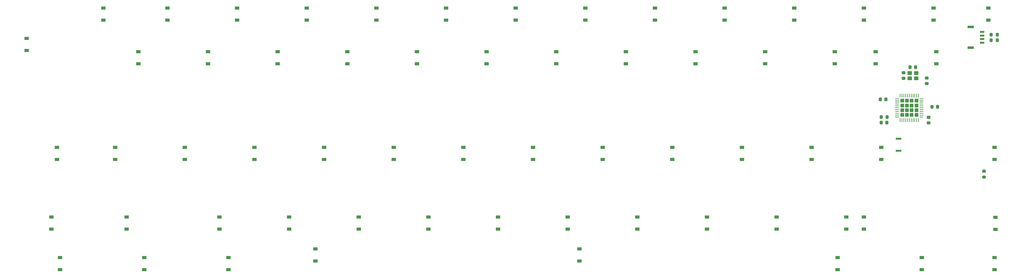
<source format=gbr>
G04 #@! TF.GenerationSoftware,KiCad,Pcbnew,(6.0.1)*
G04 #@! TF.CreationDate,2022-07-28T02:40:33-06:00*
G04 #@! TF.ProjectId,nue-pcb,6e75652d-7063-4622-9e6b-696361645f70,0.1*
G04 #@! TF.SameCoordinates,Original*
G04 #@! TF.FileFunction,Paste,Top*
G04 #@! TF.FilePolarity,Positive*
%FSLAX46Y46*%
G04 Gerber Fmt 4.6, Leading zero omitted, Abs format (unit mm)*
G04 Created by KiCad (PCBNEW (6.0.1)) date 2022-07-28 02:40:33*
%MOMM*%
%LPD*%
G01*
G04 APERTURE LIST*
G04 Aperture macros list*
%AMRoundRect*
0 Rectangle with rounded corners*
0 $1 Rounding radius*
0 $2 $3 $4 $5 $6 $7 $8 $9 X,Y pos of 4 corners*
0 Add a 4 corners polygon primitive as box body*
4,1,4,$2,$3,$4,$5,$6,$7,$8,$9,$2,$3,0*
0 Add four circle primitives for the rounded corners*
1,1,$1+$1,$2,$3*
1,1,$1+$1,$4,$5*
1,1,$1+$1,$6,$7*
1,1,$1+$1,$8,$9*
0 Add four rect primitives between the rounded corners*
20,1,$1+$1,$2,$3,$4,$5,0*
20,1,$1+$1,$4,$5,$6,$7,0*
20,1,$1+$1,$6,$7,$8,$9,0*
20,1,$1+$1,$8,$9,$2,$3,0*%
G04 Aperture macros list end*
%ADD10R,1.200000X0.900000*%
%ADD11R,1.200000X0.600000*%
%ADD12R,1.800000X0.800000*%
%ADD13RoundRect,0.225000X-0.250000X0.225000X-0.250000X-0.225000X0.250000X-0.225000X0.250000X0.225000X0*%
%ADD14RoundRect,0.225000X0.250000X-0.225000X0.250000X0.225000X-0.250000X0.225000X-0.250000X-0.225000X0*%
%ADD15RoundRect,0.225000X0.225000X0.250000X-0.225000X0.250000X-0.225000X-0.250000X0.225000X-0.250000X0*%
%ADD16RoundRect,0.200000X0.275000X-0.200000X0.275000X0.200000X-0.275000X0.200000X-0.275000X-0.200000X0*%
%ADD17RoundRect,0.200000X-0.200000X-0.275000X0.200000X-0.275000X0.200000X0.275000X-0.200000X0.275000X0*%
%ADD18R,1.500000X0.550000*%
%ADD19RoundRect,0.225000X-0.225000X-0.250000X0.225000X-0.250000X0.225000X0.250000X-0.225000X0.250000X0*%
%ADD20RoundRect,0.250000X0.275000X0.275000X-0.275000X0.275000X-0.275000X-0.275000X0.275000X-0.275000X0*%
%ADD21RoundRect,0.062500X0.475000X0.062500X-0.475000X0.062500X-0.475000X-0.062500X0.475000X-0.062500X0*%
%ADD22RoundRect,0.062500X0.062500X0.475000X-0.062500X0.475000X-0.062500X-0.475000X0.062500X-0.475000X0*%
%ADD23R,1.150000X1.000000*%
G04 APERTURE END LIST*
D10*
X334899000Y-68325000D03*
X334899000Y-65025000D03*
X319881250Y-68325000D03*
X319881250Y-65025000D03*
X300831250Y-68325000D03*
X300831250Y-65025000D03*
X281781250Y-68325000D03*
X281781250Y-65025000D03*
X262731250Y-68325000D03*
X262731250Y-65025000D03*
X243681250Y-68325000D03*
X243681250Y-65025000D03*
X224631250Y-68325000D03*
X224631250Y-65025000D03*
X205581250Y-68325000D03*
X205581250Y-65025000D03*
X186531250Y-68325000D03*
X186531250Y-65025000D03*
X167481250Y-68325000D03*
X167481250Y-65025000D03*
X148431250Y-68325000D03*
X148431250Y-65025000D03*
X129381250Y-68325000D03*
X129381250Y-65025000D03*
X110331250Y-68325000D03*
X110331250Y-65025000D03*
X92868750Y-68325000D03*
X92868750Y-65025000D03*
X320675000Y-76931250D03*
X320675000Y-80231250D03*
X304101500Y-76931250D03*
X304101500Y-80231250D03*
X292893750Y-76931250D03*
X292893750Y-80231250D03*
X273843750Y-76931250D03*
X273843750Y-80231250D03*
X254793750Y-76931250D03*
X254793750Y-80231250D03*
X235743750Y-76931250D03*
X235743750Y-80231250D03*
X216693750Y-76931250D03*
X216693750Y-80231250D03*
X197643750Y-76931250D03*
X197643750Y-80231250D03*
X178593750Y-76931250D03*
X178593750Y-80231250D03*
X159543750Y-76931250D03*
X159543750Y-80231250D03*
X140493750Y-76931250D03*
X140493750Y-80231250D03*
X121443750Y-76931250D03*
X121443750Y-80231250D03*
X102393750Y-76931250D03*
X102393750Y-80231250D03*
X336550000Y-106425000D03*
X336550000Y-103125000D03*
X305593750Y-106425000D03*
X305593750Y-103125000D03*
X286543750Y-106425000D03*
X286543750Y-103125000D03*
X267493750Y-106425000D03*
X267493750Y-103125000D03*
X248443750Y-106425000D03*
X248443750Y-103125000D03*
X229393750Y-106425000D03*
X229393750Y-103125000D03*
X210343750Y-106425000D03*
X210343750Y-103125000D03*
X191293750Y-106425000D03*
X191293750Y-103125000D03*
X172243750Y-106425000D03*
X172243750Y-103125000D03*
X153193750Y-106425000D03*
X153193750Y-103125000D03*
X134143750Y-106425000D03*
X134143750Y-103125000D03*
X96043750Y-106425000D03*
X96043750Y-103125000D03*
X336867500Y-125538500D03*
X336867500Y-122238500D03*
X300831250Y-125475000D03*
X300831250Y-122175000D03*
X296068750Y-125475000D03*
X296068750Y-122175000D03*
X277018750Y-125475000D03*
X277018750Y-122175000D03*
X257968750Y-125475000D03*
X257968750Y-122175000D03*
X238918750Y-125475000D03*
X238918750Y-122175000D03*
X219868750Y-125475000D03*
X219868750Y-122175000D03*
X200818750Y-125475000D03*
X200818750Y-122175000D03*
X181768750Y-125475000D03*
X181768750Y-122175000D03*
X162718750Y-125475000D03*
X162718750Y-122175000D03*
X143668750Y-125475000D03*
X143668750Y-122175000D03*
X124618750Y-125475000D03*
X124618750Y-122175000D03*
X99218750Y-125475000D03*
X99218750Y-122175000D03*
X78613000Y-125475000D03*
X78613000Y-122175000D03*
X336550000Y-133287500D03*
X336550000Y-136587500D03*
X316706250Y-133287500D03*
X316706250Y-136587500D03*
X293687500Y-133287500D03*
X293687500Y-136587500D03*
X223043750Y-130906250D03*
X223043750Y-134206250D03*
X150812500Y-130906250D03*
X150812500Y-134206250D03*
X103981250Y-133287500D03*
X103981250Y-136587500D03*
X80962500Y-133287500D03*
X80962500Y-136587500D03*
X71818500Y-76643500D03*
X71818500Y-73343500D03*
X127000000Y-133287500D03*
X127000000Y-136587500D03*
D11*
X333181250Y-71525000D03*
X333181250Y-72525000D03*
X333181250Y-73525000D03*
X333181250Y-74525000D03*
D12*
X330081250Y-70225000D03*
X330081250Y-75825000D03*
D13*
X318579500Y-94919500D03*
X318579500Y-96469500D03*
D14*
X318071500Y-85674500D03*
X318071500Y-84124500D03*
D15*
X307162500Y-96329500D03*
X305612500Y-96329500D03*
D16*
X333692500Y-111251500D03*
X333692500Y-109601500D03*
D17*
X305562500Y-94805500D03*
X307212500Y-94805500D03*
X335661500Y-72326500D03*
X337311500Y-72326500D03*
X335661500Y-73850500D03*
X337311500Y-73850500D03*
D18*
X310356250Y-100768750D03*
X310356250Y-104018750D03*
D19*
X319455500Y-92011500D03*
X321005500Y-92011500D03*
D15*
X306895500Y-89979500D03*
X305345500Y-89979500D03*
D20*
X315235500Y-90351000D03*
X311335500Y-91651000D03*
X313935500Y-92951000D03*
X313935500Y-94251000D03*
X315235500Y-91651000D03*
X311335500Y-90351000D03*
X311335500Y-94251000D03*
X312635500Y-94251000D03*
X315235500Y-94251000D03*
X315235500Y-92951000D03*
X311335500Y-92951000D03*
X312635500Y-90351000D03*
X312635500Y-92951000D03*
X313935500Y-90351000D03*
X312635500Y-91651000D03*
X313935500Y-91651000D03*
D21*
X316623000Y-94801000D03*
X316623000Y-94301000D03*
X316623000Y-93801000D03*
X316623000Y-93301000D03*
X316623000Y-92801000D03*
X316623000Y-92301000D03*
X316623000Y-91801000D03*
X316623000Y-91301000D03*
X316623000Y-90801000D03*
X316623000Y-90301000D03*
X316623000Y-89801000D03*
D22*
X315785500Y-88963500D03*
X315285500Y-88963500D03*
X314785500Y-88963500D03*
X314285500Y-88963500D03*
X313785500Y-88963500D03*
X313285500Y-88963500D03*
X312785500Y-88963500D03*
X312285500Y-88963500D03*
X311785500Y-88963500D03*
X311285500Y-88963500D03*
X310785500Y-88963500D03*
D21*
X309948000Y-89801000D03*
X309948000Y-90301000D03*
X309948000Y-90801000D03*
X309948000Y-91301000D03*
X309948000Y-91801000D03*
X309948000Y-92301000D03*
X309948000Y-92801000D03*
X309948000Y-93301000D03*
X309948000Y-93801000D03*
X309948000Y-94301000D03*
X309948000Y-94801000D03*
D22*
X310785500Y-95638500D03*
X311285500Y-95638500D03*
X311785500Y-95638500D03*
X312285500Y-95638500D03*
X312785500Y-95638500D03*
X313285500Y-95638500D03*
X313785500Y-95638500D03*
X314285500Y-95638500D03*
X314785500Y-95638500D03*
X315285500Y-95638500D03*
X315785500Y-95638500D03*
D15*
X315036500Y-81216500D03*
X313486500Y-81216500D03*
D14*
X311721500Y-84277500D03*
X311721500Y-82727500D03*
D23*
X313386500Y-84202500D03*
X315136500Y-84202500D03*
X315136500Y-82802500D03*
X313386500Y-82802500D03*
D10*
X80137000Y-106425000D03*
X80137000Y-103125000D03*
X115093750Y-106425000D03*
X115093750Y-103125000D03*
M02*

</source>
